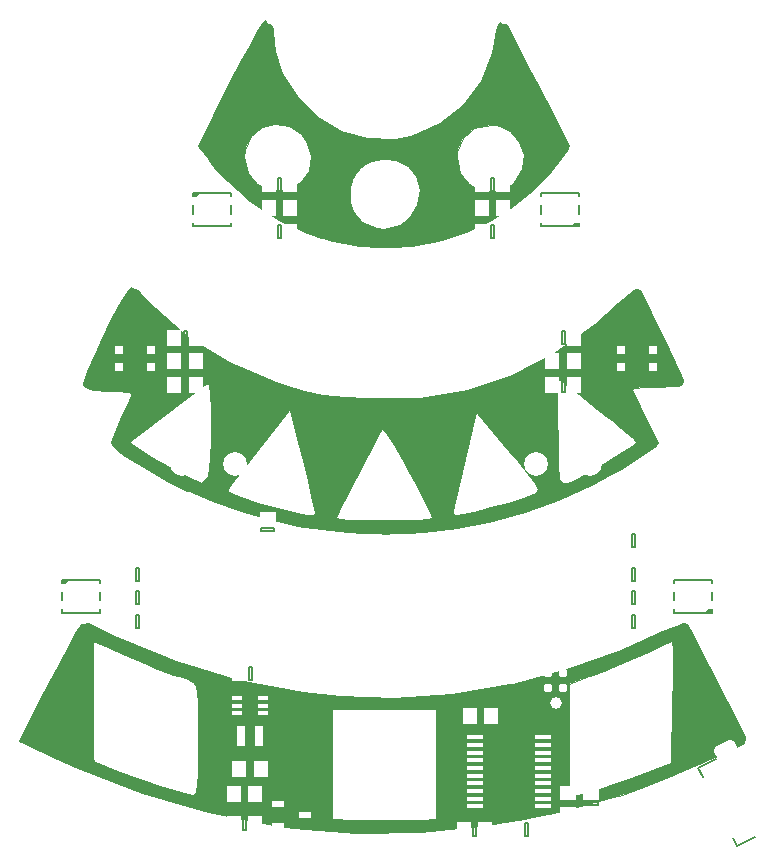
<source format=gto>
G04 #@! TF.FileFunction,Legend,Top*
%FSLAX46Y46*%
G04 Gerber Fmt 4.6, Leading zero omitted, Abs format (unit mm)*
G04 Created by KiCad (PCBNEW 4.0.0-rc1-stable) date 15/10/2016 23:52:11*
%MOMM*%
G01*
G04 APERTURE LIST*
%ADD10C,0.100000*%
%ADD11C,1.000000*%
%ADD12C,0.150000*%
%ADD13C,0.010000*%
%ADD14C,2.000000*%
%ADD15C,1.600000*%
%ADD16R,1.150000X1.450000*%
%ADD17R,1.450000X1.150000*%
%ADD18R,0.800000X1.700000*%
%ADD19R,0.950000X0.400000*%
%ADD20R,1.000000X0.600000*%
%ADD21C,0.787000*%
%ADD22C,1.000000*%
%ADD23R,1.350000X0.450000*%
%ADD24R,0.800000X0.800000*%
G04 APERTURE END LIST*
D10*
D11*
X97000000Y-82150000D02*
X96500000Y-82400000D01*
X97000000Y-82900000D02*
X97000000Y-82150000D01*
X95500000Y-82900000D02*
X97000000Y-82900000D01*
X96500000Y-81150000D02*
X95500000Y-82900000D01*
X96750000Y-81150000D02*
X96500000Y-81150000D01*
X98250000Y-82400000D02*
X96750000Y-81150000D01*
X97250000Y-83400000D02*
X98250000Y-82400000D01*
X94500000Y-83400000D02*
X97250000Y-83400000D01*
X96250000Y-79900000D02*
X94500000Y-83400000D01*
X99250000Y-82400000D02*
X96250000Y-79900000D01*
X99000000Y-82650000D02*
X99250000Y-82400000D01*
X97500000Y-84150000D02*
X99000000Y-82650000D01*
X93250000Y-84150000D02*
X97500000Y-84150000D01*
X96000000Y-78650000D02*
X93250000Y-84150000D01*
X100500000Y-82650000D02*
X96000000Y-78650000D01*
X100250000Y-82650000D02*
X100500000Y-82650000D01*
X97000000Y-85400000D02*
X100250000Y-82650000D01*
X101250000Y-82900000D02*
X97000000Y-85400000D01*
X97000000Y-86150000D02*
X101250000Y-82900000D01*
X97500000Y-86900000D02*
X97000000Y-86150000D01*
X101750000Y-83400000D02*
X97500000Y-86900000D01*
X98500000Y-84900000D02*
X101750000Y-83400000D01*
X94500000Y-89900000D02*
X98500000Y-84900000D01*
X96750000Y-84900000D02*
X94500000Y-89900000D01*
X92000000Y-84900000D02*
X96750000Y-84900000D01*
X95750000Y-77400000D02*
X92000000Y-84900000D01*
X104750000Y-86650000D02*
X105250000Y-86650000D01*
X104750000Y-88400000D02*
X104750000Y-86650000D01*
X106250000Y-86400000D02*
X104750000Y-88400000D01*
X104250000Y-85650000D02*
X106250000Y-86400000D01*
X104000000Y-90400000D02*
X104250000Y-85650000D01*
X107250000Y-86150000D02*
X104000000Y-90400000D01*
X103750000Y-84400000D02*
X107250000Y-86150000D01*
X103250000Y-92400000D02*
X103750000Y-84400000D01*
X103250000Y-92150000D02*
X103250000Y-92400000D01*
X108250000Y-86150000D02*
X103250000Y-92150000D01*
X113500000Y-88900000D02*
X113750000Y-88900000D01*
X137000000Y-82150000D02*
X137250000Y-82650000D01*
X138750000Y-82900000D02*
X137000000Y-82150000D01*
X138250000Y-82650000D02*
X138750000Y-82900000D01*
X137750000Y-81150000D02*
X138250000Y-82650000D01*
X135750000Y-82150000D02*
X137750000Y-81150000D01*
X137000000Y-83400000D02*
X135750000Y-82150000D01*
X139500000Y-83400000D02*
X137000000Y-83400000D01*
X138000000Y-79900000D02*
X139500000Y-83400000D01*
X135000000Y-82150000D02*
X138000000Y-79900000D01*
X136500000Y-83900000D02*
X135000000Y-82150000D01*
X140500000Y-83900000D02*
X136500000Y-83900000D01*
X138250000Y-78650000D02*
X140500000Y-83900000D01*
X133750000Y-82150000D02*
X138250000Y-78650000D01*
X134250000Y-82150000D02*
X133750000Y-82150000D01*
X136750000Y-85400000D02*
X134250000Y-82150000D01*
X133500000Y-82650000D02*
X136750000Y-85400000D01*
X137250000Y-86650000D02*
X133500000Y-82650000D01*
X133000000Y-82900000D02*
X137250000Y-86650000D01*
X138000000Y-87900000D02*
X133000000Y-82900000D01*
X132250000Y-83400000D02*
X138000000Y-87900000D01*
X137000000Y-84650000D02*
X139500000Y-89900000D01*
X141750000Y-84650000D02*
X137000000Y-84650000D01*
X138250000Y-77400000D02*
X141750000Y-84650000D01*
X129000000Y-86650000D02*
X128750000Y-86650000D01*
X129250000Y-88900000D02*
X129000000Y-86650000D01*
X127500000Y-86400000D02*
X129250000Y-88900000D01*
X129750000Y-85400000D02*
X127500000Y-86400000D01*
X129750000Y-90400000D02*
X129750000Y-85400000D01*
X126250000Y-86150000D02*
X129750000Y-90400000D01*
X130250000Y-84400000D02*
X126250000Y-86150000D01*
X130500000Y-92400000D02*
X130250000Y-84400000D01*
X125250000Y-86150000D02*
X130500000Y-92400000D01*
X103000000Y-83400000D02*
X94500000Y-89900000D01*
X102750000Y-94150000D02*
X103000000Y-83400000D01*
X109250000Y-85900000D02*
X102750000Y-94150000D01*
X131000000Y-83400000D02*
X139500000Y-89900000D01*
X131250000Y-94150000D02*
X131000000Y-83400000D01*
X113250000Y-89150000D02*
X113250000Y-90150000D01*
X113000000Y-89650000D02*
X113250000Y-89150000D01*
X112250000Y-88400000D02*
X113000000Y-89650000D01*
X114500000Y-88400000D02*
X112250000Y-88400000D01*
X113000000Y-91650000D02*
X114500000Y-88400000D01*
X111250000Y-87650000D02*
X113000000Y-91650000D01*
X115250000Y-87900000D02*
X111250000Y-87650000D01*
X112750000Y-93150000D02*
X115250000Y-87900000D01*
X110500000Y-86900000D02*
X112750000Y-93150000D01*
X116000000Y-88000000D02*
X110500000Y-86900000D01*
X112250000Y-94900000D02*
X115750000Y-87400000D01*
X110250000Y-86650000D02*
X112250000Y-94900000D01*
X120500000Y-88400000D02*
X121000000Y-89650000D01*
X121750000Y-88150000D02*
X120500000Y-88400000D01*
X121250000Y-91400000D02*
X121750000Y-88150000D01*
X119500000Y-88150000D02*
X121250000Y-91400000D01*
X122750000Y-87400000D02*
X119500000Y-88150000D01*
X121500000Y-93150000D02*
X122750000Y-87400000D01*
X118500000Y-87400000D02*
X121500000Y-93150000D01*
X123750000Y-86900000D02*
X118500000Y-87400000D01*
X121750000Y-95150000D02*
X123750000Y-86900000D01*
X122000000Y-94650000D02*
X121750000Y-95150000D01*
X117750000Y-87400000D02*
X122000000Y-94650000D01*
X112000000Y-96650000D02*
X109500000Y-86150000D01*
X117000000Y-87150000D02*
X112000000Y-96650000D01*
X124500000Y-86150000D02*
X131250000Y-94150000D01*
X122000000Y-96650000D02*
X124500000Y-86150000D01*
X117000000Y-87150000D02*
X122000000Y-96650000D01*
X126250000Y-114150000D02*
X126000000Y-118400000D01*
X108500000Y-114650000D02*
X108000000Y-114900000D01*
X110250000Y-113400000D02*
X111250000Y-112400000D01*
X89500000Y-114400000D02*
X89750000Y-113400000D01*
X89000000Y-114150000D02*
X89500000Y-114400000D01*
X90250000Y-110650000D02*
X89000000Y-114150000D01*
X90500000Y-115150000D02*
X90250000Y-110650000D01*
X88000000Y-114650000D02*
X90500000Y-115150000D01*
X91000000Y-107900000D02*
X88000000Y-114650000D01*
X91000000Y-116150000D02*
X91000000Y-107900000D01*
X87000000Y-114900000D02*
X91000000Y-116150000D01*
X91750000Y-105650000D02*
X87000000Y-114900000D01*
X106250000Y-116900000D02*
X106500000Y-116900000D01*
X107250000Y-116900000D02*
X106500000Y-116150000D01*
X107000000Y-115650000D02*
X107250000Y-116900000D01*
X105750000Y-115150000D02*
X107000000Y-115650000D01*
X106000000Y-117400000D02*
X105750000Y-115150000D01*
X106250000Y-117400000D02*
X106000000Y-117400000D01*
X108000000Y-117900000D02*
X106250000Y-117400000D01*
X107750000Y-114900000D02*
X108000000Y-117900000D01*
X105000000Y-114150000D02*
X107750000Y-114900000D01*
X105250000Y-118150000D02*
X105000000Y-114150000D01*
X108750000Y-118900000D02*
X105250000Y-118150000D01*
X108750000Y-114400000D02*
X108750000Y-118900000D01*
X104250000Y-113150000D02*
X108750000Y-114400000D01*
X104250000Y-118650000D02*
X104250000Y-113150000D01*
X110000000Y-119900000D02*
X104250000Y-118650000D01*
X109500000Y-119650000D02*
X110000000Y-119900000D01*
X109250000Y-113650000D02*
X109500000Y-119650000D01*
X103500000Y-112150000D02*
X109250000Y-113650000D01*
X103500000Y-119400000D02*
X103500000Y-112150000D01*
X110500000Y-120650000D02*
X103500000Y-119400000D01*
X110000000Y-112900000D02*
X110500000Y-120650000D01*
X102750000Y-111400000D02*
X110000000Y-112900000D01*
X102750000Y-120150000D02*
X102750000Y-111400000D01*
X111250000Y-121400000D02*
X102750000Y-120150000D01*
X111000000Y-112400000D02*
X111250000Y-121400000D01*
X102250000Y-110400000D02*
X111000000Y-112400000D01*
X127750000Y-117150000D02*
X127500000Y-115400000D01*
X126750000Y-117400000D02*
X127750000Y-117150000D01*
X126750000Y-114900000D02*
X126750000Y-117400000D01*
X128250000Y-114400000D02*
X126750000Y-114900000D01*
X128500000Y-117650000D02*
X128250000Y-114400000D01*
X125750000Y-118150000D02*
X128500000Y-117650000D01*
X125750000Y-114400000D02*
X125750000Y-118150000D01*
X129000000Y-113400000D02*
X125750000Y-114400000D01*
X129000000Y-118400000D02*
X129000000Y-113400000D01*
X125000000Y-118900000D02*
X129000000Y-118400000D01*
X125000000Y-113650000D02*
X125000000Y-118900000D01*
X129500000Y-112400000D02*
X125000000Y-113650000D01*
X129750000Y-118900000D02*
X129500000Y-112400000D01*
X124250000Y-119900000D02*
X129750000Y-118900000D01*
X124000000Y-113150000D02*
X124250000Y-119900000D01*
X130250000Y-111400000D02*
X124000000Y-113150000D01*
X130500000Y-119650000D02*
X130250000Y-111400000D01*
X123750000Y-120900000D02*
X130500000Y-119650000D01*
X123250000Y-112400000D02*
X123750000Y-120900000D01*
X131000000Y-110650000D02*
X123250000Y-112400000D01*
X131250000Y-120150000D02*
X131000000Y-110650000D01*
X123000000Y-121650000D02*
X131250000Y-120150000D01*
X122750000Y-112150000D02*
X123000000Y-121650000D01*
X145250000Y-114400000D02*
X144500000Y-112650000D01*
X144250000Y-114650000D02*
X145250000Y-114400000D01*
X143250000Y-108900000D02*
X144250000Y-114650000D01*
X146000000Y-114650000D02*
X143250000Y-108900000D01*
X143500000Y-115400000D02*
X146000000Y-114650000D01*
X142250000Y-105650000D02*
X143500000Y-115400000D01*
X147000000Y-114900000D02*
X142250000Y-105650000D01*
X142750000Y-116150000D02*
X147000000Y-114900000D01*
X142250000Y-105900000D02*
X142750000Y-116150000D01*
X142000000Y-117150000D02*
X142000000Y-106150000D01*
X91750000Y-116900000D02*
X91750000Y-106400000D01*
X122000000Y-111900000D02*
X122000000Y-121900000D01*
X112000000Y-111900000D02*
X112000000Y-122150000D01*
X132000000Y-110150000D02*
X132000000Y-120400000D01*
X102000000Y-109900000D02*
X102000000Y-120400000D01*
X107500000Y-61400000D02*
X108000000Y-61400000D01*
X108000000Y-60150000D02*
X107500000Y-61400000D01*
X109250000Y-62150000D02*
X108000000Y-60150000D01*
X106500000Y-62150000D02*
X109250000Y-62150000D01*
X107500000Y-59150000D02*
X106500000Y-62150000D01*
X105250000Y-63150000D02*
X107500000Y-59150000D01*
X107000000Y-58400000D02*
X105250000Y-63150000D01*
X103750000Y-64650000D02*
X107000000Y-58400000D01*
X104000000Y-66150000D02*
X103750000Y-64650000D01*
X102750000Y-64900000D02*
X104000000Y-66150000D01*
X107000000Y-56900000D02*
X102750000Y-64900000D01*
X102000000Y-64900000D02*
X107000000Y-56900000D01*
X107000000Y-54900000D02*
X102000000Y-64900000D01*
X111750000Y-70400000D02*
X113250000Y-70900000D01*
X114500000Y-72150000D02*
X111750000Y-70400000D01*
X108500000Y-69900000D02*
X114500000Y-72150000D01*
X109500000Y-69650000D02*
X108500000Y-69900000D01*
X113000000Y-70150000D02*
X109500000Y-69650000D01*
X110500000Y-69400000D02*
X113000000Y-70150000D01*
X112750000Y-69400000D02*
X110500000Y-69400000D01*
X111000000Y-68650000D02*
X112750000Y-69400000D01*
X112750000Y-68650000D02*
X111000000Y-68650000D01*
X111500000Y-68150000D02*
X112750000Y-68650000D01*
X112750000Y-67900000D02*
X111500000Y-68150000D01*
X112000000Y-67150000D02*
X112750000Y-67900000D01*
X112000000Y-67400000D02*
X112000000Y-67150000D01*
X113250000Y-67150000D02*
X112000000Y-67400000D01*
X112250000Y-66400000D02*
X113250000Y-67150000D01*
X113500000Y-66400000D02*
X112250000Y-66400000D01*
X112250000Y-65650000D02*
X113500000Y-66400000D01*
X114250000Y-65900000D02*
X112250000Y-65650000D01*
X111750000Y-64650000D02*
X114250000Y-65900000D01*
X115000000Y-65400000D02*
X111750000Y-64650000D01*
X111500000Y-63650000D02*
X115000000Y-65400000D01*
X126500000Y-60650000D02*
X126750000Y-60900000D01*
X126000000Y-61150000D02*
X126500000Y-60650000D01*
X127750000Y-61900000D02*
X126000000Y-61150000D01*
X125000000Y-61900000D02*
X127750000Y-61900000D01*
X126750000Y-59150000D02*
X125000000Y-61900000D01*
X130000000Y-65900000D02*
X126750000Y-59150000D01*
X130250000Y-66400000D02*
X130000000Y-65900000D01*
X130750000Y-65900000D02*
X130250000Y-66400000D01*
X127000000Y-58400000D02*
X130750000Y-65900000D01*
X131250000Y-65150000D02*
X127000000Y-58400000D01*
X127250000Y-57150000D02*
X131250000Y-65150000D01*
X132000000Y-64900000D02*
X127250000Y-57150000D01*
X127000000Y-54900000D02*
X132000000Y-64900000D01*
X120000000Y-65900000D02*
X119000000Y-65400000D01*
X120750000Y-70650000D02*
X121000000Y-71150000D01*
X119500000Y-72150000D02*
X120750000Y-70650000D01*
X121750000Y-71650000D02*
X119500000Y-72150000D01*
X121500000Y-71400000D02*
X121750000Y-71650000D01*
X120750000Y-67400000D02*
X121500000Y-71400000D01*
X125750000Y-69900000D02*
X124500000Y-69650000D01*
X124000000Y-70650000D02*
X125750000Y-69900000D01*
X123500000Y-68900000D02*
X124000000Y-70650000D01*
X123250000Y-71150000D02*
X122250000Y-63900000D01*
X121500000Y-64150000D02*
X123250000Y-71150000D01*
X120750000Y-64900000D02*
X122500000Y-71650000D01*
X87000000Y-114900000D02*
G75*
G03X147000000Y-114900000I30000000J56250000D01*
G01*
X91750001Y-105650000D02*
G75*
G03X142250000Y-105650000I25249999J47000000D01*
G01*
X120500000Y-67150000D02*
X120000000Y-65150000D01*
X111500000Y-65900000D02*
G75*
G03X111500000Y-65900000I-3500000J0D01*
G01*
X129500000Y-65900000D02*
G75*
G03X129500000Y-65900000I-3500000J0D01*
G01*
X120500000Y-68900000D02*
G75*
G03X120500000Y-68900000I-3500000J0D01*
G01*
X102000000Y-64899999D02*
G75*
G03X132000000Y-64900000I15000000J9999999D01*
G01*
X107000000Y-54900000D02*
G75*
G03X127000000Y-54900000I10000000J0D01*
G01*
X94500000Y-89900001D02*
G75*
G03X139500000Y-89900000I22500000J31250001D01*
G01*
X95750000Y-77400000D02*
G75*
G03X138250000Y-77400000I21250000J18750000D01*
G01*
D12*
X124625000Y-122100000D02*
X124625000Y-123200000D01*
X124375000Y-122100000D02*
X124625000Y-122100000D01*
X124375000Y-123200000D02*
X124375000Y-122100000D01*
X124625000Y-123200000D02*
X124375000Y-123200000D01*
X137875000Y-98750000D02*
X137875000Y-97650000D01*
X138125000Y-98750000D02*
X137875000Y-98750000D01*
X138125000Y-97650000D02*
X138125000Y-98750000D01*
X137875000Y-97650000D02*
X138125000Y-97650000D01*
X107875000Y-68550000D02*
X107875000Y-67450000D01*
X108125000Y-68550000D02*
X107875000Y-68550000D01*
X108125000Y-67450000D02*
X108125000Y-68550000D01*
X107875000Y-67450000D02*
X108125000Y-67450000D01*
X129025000Y-123200000D02*
X128775000Y-123200000D01*
X128775000Y-123200000D02*
X128775000Y-122100000D01*
X128775000Y-122100000D02*
X129025000Y-122100000D01*
X129025000Y-122100000D02*
X129025000Y-123200000D01*
X107550000Y-97325000D02*
X106450000Y-97325000D01*
X107550000Y-97075000D02*
X107550000Y-97325000D01*
X106450000Y-97075000D02*
X107550000Y-97075000D01*
X106450000Y-97325000D02*
X106450000Y-97075000D01*
X105375000Y-108850000D02*
X105625000Y-108850000D01*
X105625000Y-108850000D02*
X105625000Y-109950000D01*
X105625000Y-109950000D02*
X105375000Y-109950000D01*
X105375000Y-109950000D02*
X105375000Y-108850000D01*
X105125000Y-121600000D02*
X105125000Y-122700000D01*
X104875000Y-121600000D02*
X105125000Y-121600000D01*
X104875000Y-122700000D02*
X104875000Y-121600000D01*
X105125000Y-122700000D02*
X104875000Y-122700000D01*
X105125000Y-120150000D02*
X104875000Y-120150000D01*
X104875000Y-120150000D02*
X104875000Y-119050000D01*
X104875000Y-119050000D02*
X105125000Y-119050000D01*
X105125000Y-119050000D02*
X105125000Y-120150000D01*
X105625000Y-116950000D02*
X105625000Y-118050000D01*
X105375000Y-116950000D02*
X105625000Y-116950000D01*
X105375000Y-118050000D02*
X105375000Y-116950000D01*
X105625000Y-118050000D02*
X105375000Y-118050000D01*
X124875000Y-112450000D02*
X125125000Y-112450000D01*
X125125000Y-112450000D02*
X125125000Y-113550000D01*
X125125000Y-113550000D02*
X124875000Y-113550000D01*
X124875000Y-113550000D02*
X124875000Y-112450000D01*
X134950000Y-120525000D02*
X133850000Y-120525000D01*
X134950000Y-120275000D02*
X134950000Y-120525000D01*
X133850000Y-120275000D02*
X134950000Y-120275000D01*
X133850000Y-120525000D02*
X133850000Y-120275000D01*
X131850000Y-120525000D02*
X131850000Y-120275000D01*
X131850000Y-120275000D02*
X132950000Y-120275000D01*
X132950000Y-120275000D02*
X132950000Y-120525000D01*
X132950000Y-120525000D02*
X131850000Y-120525000D01*
X105650000Y-115425000D02*
X105350000Y-115425000D01*
X105350000Y-115425000D02*
X105350000Y-113975000D01*
X105350000Y-113975000D02*
X105650000Y-113975000D01*
X105650000Y-113975000D02*
X105650000Y-115425000D01*
X146753077Y-124062096D02*
X148273139Y-123300906D01*
X146394869Y-123346773D02*
X146753077Y-124062096D01*
X143439660Y-117445355D02*
X143820255Y-118205386D01*
X144959722Y-116684164D02*
X143439660Y-117445355D01*
X105375000Y-112800000D02*
X105375000Y-112800000D01*
X105375000Y-112800000D02*
X105375000Y-111500000D01*
X105375000Y-111500000D02*
X105625000Y-111500000D01*
X105625000Y-111500000D02*
X105625000Y-112550000D01*
X105625000Y-112550000D02*
X105375000Y-112800000D01*
X109150000Y-120450000D02*
X109150000Y-120450000D01*
X109150000Y-120450000D02*
X109150000Y-122350000D01*
X109150000Y-122350000D02*
X108850000Y-122350000D01*
X108850000Y-122350000D02*
X108850000Y-120750000D01*
X108850000Y-120750000D02*
X109150000Y-120450000D01*
X126300000Y-114825000D02*
X129100000Y-114825000D01*
X129100000Y-114825000D02*
X129100000Y-120675000D01*
X129100000Y-120675000D02*
X125700000Y-120675000D01*
X125700000Y-120675000D02*
X125700000Y-115425000D01*
X125700000Y-115425000D02*
X126300000Y-114825000D01*
X100650000Y-69225000D02*
X101150000Y-68750000D01*
X100650000Y-68750000D02*
X100650000Y-69050000D01*
X100650000Y-69050000D02*
X100950000Y-68750000D01*
X100650000Y-70150000D02*
X100650000Y-68750000D01*
X100650000Y-68750000D02*
X103850000Y-68750000D01*
X103850000Y-68750000D02*
X103850000Y-71550000D01*
X103850000Y-71550000D02*
X100650000Y-71550000D01*
X100650000Y-71550000D02*
X100650000Y-70150000D01*
X89600000Y-101975000D02*
X90100000Y-101500000D01*
X89600000Y-101500000D02*
X89600000Y-101800000D01*
X89600000Y-101800000D02*
X89900000Y-101500000D01*
X89600000Y-102900000D02*
X89600000Y-101500000D01*
X89600000Y-101500000D02*
X92800000Y-101500000D01*
X92800000Y-101500000D02*
X92800000Y-104300000D01*
X92800000Y-104300000D02*
X89600000Y-104300000D01*
X89600000Y-104300000D02*
X89600000Y-102900000D01*
X139850000Y-83675000D02*
X139350000Y-84150000D01*
X139850000Y-84150000D02*
X139850000Y-83850000D01*
X139850000Y-83850000D02*
X139550000Y-84150000D01*
X139850000Y-82750000D02*
X139850000Y-84150000D01*
X139850000Y-84150000D02*
X136650000Y-84150000D01*
X136650000Y-84150000D02*
X136650000Y-81350000D01*
X136650000Y-81350000D02*
X139850000Y-81350000D01*
X139850000Y-81350000D02*
X139850000Y-82750000D01*
X94150000Y-81825000D02*
X94650000Y-81350000D01*
X94150000Y-81350000D02*
X94150000Y-81650000D01*
X94150000Y-81650000D02*
X94450000Y-81350000D01*
X94150000Y-82750000D02*
X94150000Y-81350000D01*
X94150000Y-81350000D02*
X97350000Y-81350000D01*
X97350000Y-81350000D02*
X97350000Y-84150000D01*
X97350000Y-84150000D02*
X94150000Y-84150000D01*
X94150000Y-84150000D02*
X94150000Y-82750000D01*
X144600000Y-103825000D02*
X144100000Y-104300000D01*
X144600000Y-104300000D02*
X144600000Y-104000000D01*
X144600000Y-104000000D02*
X144300000Y-104300000D01*
X144600000Y-102900000D02*
X144600000Y-104300000D01*
X144600000Y-104300000D02*
X141400000Y-104300000D01*
X141400000Y-104300000D02*
X141400000Y-101500000D01*
X141400000Y-101500000D02*
X144600000Y-101500000D01*
X144600000Y-101500000D02*
X144600000Y-102900000D01*
X133350000Y-71075000D02*
X132850000Y-71550000D01*
X133350000Y-71550000D02*
X133350000Y-71250000D01*
X133350000Y-71250000D02*
X133050000Y-71550000D01*
X133350000Y-70150000D02*
X133350000Y-71550000D01*
X133350000Y-71550000D02*
X130150000Y-71550000D01*
X130150000Y-71550000D02*
X130150000Y-68750000D01*
X130150000Y-68750000D02*
X133350000Y-68750000D01*
X133350000Y-68750000D02*
X133350000Y-70150000D01*
X107875000Y-69450000D02*
X108125000Y-69450000D01*
X108125000Y-69450000D02*
X108125000Y-70550000D01*
X108125000Y-70550000D02*
X107875000Y-70550000D01*
X107875000Y-70550000D02*
X107875000Y-69450000D01*
X107875000Y-71450000D02*
X108125000Y-71450000D01*
X108125000Y-71450000D02*
X108125000Y-72550000D01*
X108125000Y-72550000D02*
X107875000Y-72550000D01*
X107875000Y-72550000D02*
X107875000Y-71450000D01*
X95875000Y-100450000D02*
X96125000Y-100450000D01*
X96125000Y-100450000D02*
X96125000Y-101550000D01*
X96125000Y-101550000D02*
X95875000Y-101550000D01*
X95875000Y-101550000D02*
X95875000Y-100450000D01*
X132125000Y-85550000D02*
X131875000Y-85550000D01*
X131875000Y-85550000D02*
X131875000Y-84450000D01*
X131875000Y-84450000D02*
X132125000Y-84450000D01*
X132125000Y-84450000D02*
X132125000Y-85550000D01*
X95875000Y-102450000D02*
X96125000Y-102450000D01*
X96125000Y-102450000D02*
X96125000Y-103550000D01*
X96125000Y-103550000D02*
X95875000Y-103550000D01*
X95875000Y-103550000D02*
X95875000Y-102450000D01*
X132125000Y-83550000D02*
X131875000Y-83550000D01*
X131875000Y-83550000D02*
X131875000Y-82450000D01*
X131875000Y-82450000D02*
X132125000Y-82450000D01*
X132125000Y-82450000D02*
X132125000Y-83550000D01*
X95875000Y-104450000D02*
X96125000Y-104450000D01*
X96125000Y-104450000D02*
X96125000Y-105550000D01*
X96125000Y-105550000D02*
X95875000Y-105550000D01*
X95875000Y-105550000D02*
X95875000Y-104450000D01*
X132125000Y-81550000D02*
X131875000Y-81550000D01*
X131875000Y-81550000D02*
X131875000Y-80450000D01*
X131875000Y-80450000D02*
X132125000Y-80450000D01*
X132125000Y-80450000D02*
X132125000Y-81550000D01*
X99875000Y-80450000D02*
X100125000Y-80450000D01*
X100125000Y-80450000D02*
X100125000Y-81550000D01*
X100125000Y-81550000D02*
X99875000Y-81550000D01*
X99875000Y-81550000D02*
X99875000Y-80450000D01*
X99875000Y-82450000D02*
X100125000Y-82450000D01*
X100125000Y-82450000D02*
X100125000Y-83550000D01*
X100125000Y-83550000D02*
X99875000Y-83550000D01*
X99875000Y-83550000D02*
X99875000Y-82450000D01*
X99875000Y-84450000D02*
X100125000Y-84450000D01*
X100125000Y-84450000D02*
X100125000Y-85550000D01*
X100125000Y-85550000D02*
X99875000Y-85550000D01*
X99875000Y-85550000D02*
X99875000Y-84450000D01*
X138125000Y-105550000D02*
X137875000Y-105550000D01*
X137875000Y-105550000D02*
X137875000Y-104450000D01*
X137875000Y-104450000D02*
X138125000Y-104450000D01*
X138125000Y-104450000D02*
X138125000Y-105550000D01*
X126125000Y-72550000D02*
X125875000Y-72550000D01*
X125875000Y-72550000D02*
X125875000Y-71450000D01*
X125875000Y-71450000D02*
X126125000Y-71450000D01*
X126125000Y-71450000D02*
X126125000Y-72550000D01*
X138125000Y-103550000D02*
X137875000Y-103550000D01*
X137875000Y-103550000D02*
X137875000Y-102450000D01*
X137875000Y-102450000D02*
X138125000Y-102450000D01*
X138125000Y-102450000D02*
X138125000Y-103550000D01*
X126125000Y-70550000D02*
X125875000Y-70550000D01*
X125875000Y-70550000D02*
X125875000Y-69450000D01*
X125875000Y-69450000D02*
X126125000Y-69450000D01*
X126125000Y-69450000D02*
X126125000Y-70550000D01*
X138125000Y-101550000D02*
X137875000Y-101550000D01*
X137875000Y-101550000D02*
X137875000Y-100450000D01*
X137875000Y-100450000D02*
X138125000Y-100450000D01*
X138125000Y-100450000D02*
X138125000Y-101550000D01*
X126125000Y-68550000D02*
X125875000Y-68550000D01*
X125875000Y-68550000D02*
X125875000Y-67450000D01*
X125875000Y-67450000D02*
X126125000Y-67450000D01*
X126125000Y-67450000D02*
X126125000Y-68550000D01*
D13*
G36*
X91589986Y-105263925D02*
X92466124Y-105562613D01*
X93658462Y-106062526D01*
X94245833Y-106333003D01*
X99259311Y-108402472D01*
X104461035Y-109938718D01*
X109996209Y-110980349D01*
X113086473Y-111342392D01*
X117704656Y-111498581D01*
X122585484Y-111149166D01*
X127539100Y-110329884D01*
X127772235Y-110269466D01*
X132522222Y-110269466D01*
X132522222Y-119814633D01*
X133668750Y-119596659D01*
X134506597Y-119375622D01*
X135782937Y-118967694D01*
X137279694Y-118444296D01*
X137990278Y-118181366D01*
X141165278Y-116984046D01*
X141262903Y-111833689D01*
X141287685Y-110018764D01*
X141290300Y-108484127D01*
X141271986Y-107353330D01*
X141233979Y-106749921D01*
X141211324Y-106683333D01*
X140843593Y-106820380D01*
X139998243Y-107184593D01*
X138837394Y-107705578D01*
X138467865Y-107874567D01*
X136967073Y-108541703D01*
X135461427Y-109175189D01*
X134261243Y-109644715D01*
X134197916Y-109667633D01*
X132522222Y-110269466D01*
X127772235Y-110269466D01*
X132375645Y-109076474D01*
X136905264Y-107424672D01*
X138979821Y-106468432D01*
X140220845Y-105888312D01*
X141276576Y-105463232D01*
X141941194Y-105275023D01*
X141988497Y-105272222D01*
X142365360Y-105510771D01*
X142918219Y-106255803D01*
X143674372Y-107551389D01*
X144661117Y-109441604D01*
X145039424Y-110198187D01*
X145865505Y-111894504D01*
X146550481Y-113360111D01*
X147044612Y-114483697D01*
X147298152Y-115153948D01*
X147315355Y-115291125D01*
X146845375Y-115573088D01*
X145855980Y-116051661D01*
X144485561Y-116668299D01*
X142872505Y-117364458D01*
X141155203Y-118081595D01*
X139472043Y-118761165D01*
X137961415Y-119344624D01*
X136761708Y-119773428D01*
X136579166Y-119832958D01*
X131255935Y-121260420D01*
X125673751Y-122257539D01*
X120010938Y-122808839D01*
X114445817Y-122898843D01*
X109156711Y-122512073D01*
X107827778Y-122328298D01*
X101969034Y-121180503D01*
X96330994Y-119544149D01*
X90691355Y-117351518D01*
X89013242Y-116597043D01*
X85897318Y-115155523D01*
X87664805Y-111760867D01*
X91952778Y-111760867D01*
X91961204Y-113771950D01*
X91995024Y-115188158D01*
X92067047Y-116120061D01*
X92190082Y-116678228D01*
X92376939Y-116973228D01*
X92570139Y-117089707D01*
X93766682Y-117551440D01*
X95221410Y-118075876D01*
X96767886Y-118607685D01*
X98239675Y-119091538D01*
X99470340Y-119472103D01*
X100293445Y-119694051D01*
X100507639Y-119728454D01*
X100758190Y-119670927D01*
X100930538Y-119418342D01*
X101039015Y-118861645D01*
X101097949Y-117891787D01*
X101121671Y-116399713D01*
X101125000Y-115030237D01*
X101121372Y-113131015D01*
X101107973Y-112428571D01*
X112413889Y-112428571D01*
X112413889Y-121852777D01*
X121233333Y-121852777D01*
X121233333Y-112428571D01*
X112413889Y-112428571D01*
X101107973Y-112428571D01*
X101096289Y-111816094D01*
X101028451Y-110964222D01*
X100896560Y-110454145D01*
X100679315Y-110164608D01*
X100355418Y-109974360D01*
X100226456Y-109914959D01*
X99449556Y-109611524D01*
X98992217Y-109505555D01*
X98543844Y-109368464D01*
X97612181Y-108999868D01*
X96354620Y-108463779D01*
X95522639Y-108094444D01*
X94162400Y-107491433D01*
X93052112Y-107016975D01*
X92342235Y-106734412D01*
X92170767Y-106683333D01*
X92093428Y-107015347D01*
X92028164Y-107928401D01*
X91980320Y-109298009D01*
X91955240Y-110999688D01*
X91952778Y-111760867D01*
X87664805Y-111760867D01*
X88424355Y-110302067D01*
X89309772Y-108615589D01*
X90090980Y-107153983D01*
X90706265Y-106030675D01*
X91093916Y-105359088D01*
X91187501Y-105223579D01*
X91589986Y-105263925D01*
X91589986Y-105263925D01*
G37*
X91589986Y-105263925D02*
X92466124Y-105562613D01*
X93658462Y-106062526D01*
X94245833Y-106333003D01*
X99259311Y-108402472D01*
X104461035Y-109938718D01*
X109996209Y-110980349D01*
X113086473Y-111342392D01*
X117704656Y-111498581D01*
X122585484Y-111149166D01*
X127539100Y-110329884D01*
X127772235Y-110269466D01*
X132522222Y-110269466D01*
X132522222Y-119814633D01*
X133668750Y-119596659D01*
X134506597Y-119375622D01*
X135782937Y-118967694D01*
X137279694Y-118444296D01*
X137990278Y-118181366D01*
X141165278Y-116984046D01*
X141262903Y-111833689D01*
X141287685Y-110018764D01*
X141290300Y-108484127D01*
X141271986Y-107353330D01*
X141233979Y-106749921D01*
X141211324Y-106683333D01*
X140843593Y-106820380D01*
X139998243Y-107184593D01*
X138837394Y-107705578D01*
X138467865Y-107874567D01*
X136967073Y-108541703D01*
X135461427Y-109175189D01*
X134261243Y-109644715D01*
X134197916Y-109667633D01*
X132522222Y-110269466D01*
X127772235Y-110269466D01*
X132375645Y-109076474D01*
X136905264Y-107424672D01*
X138979821Y-106468432D01*
X140220845Y-105888312D01*
X141276576Y-105463232D01*
X141941194Y-105275023D01*
X141988497Y-105272222D01*
X142365360Y-105510771D01*
X142918219Y-106255803D01*
X143674372Y-107551389D01*
X144661117Y-109441604D01*
X145039424Y-110198187D01*
X145865505Y-111894504D01*
X146550481Y-113360111D01*
X147044612Y-114483697D01*
X147298152Y-115153948D01*
X147315355Y-115291125D01*
X146845375Y-115573088D01*
X145855980Y-116051661D01*
X144485561Y-116668299D01*
X142872505Y-117364458D01*
X141155203Y-118081595D01*
X139472043Y-118761165D01*
X137961415Y-119344624D01*
X136761708Y-119773428D01*
X136579166Y-119832958D01*
X131255935Y-121260420D01*
X125673751Y-122257539D01*
X120010938Y-122808839D01*
X114445817Y-122898843D01*
X109156711Y-122512073D01*
X107827778Y-122328298D01*
X101969034Y-121180503D01*
X96330994Y-119544149D01*
X90691355Y-117351518D01*
X89013242Y-116597043D01*
X85897318Y-115155523D01*
X87664805Y-111760867D01*
X91952778Y-111760867D01*
X91961204Y-113771950D01*
X91995024Y-115188158D01*
X92067047Y-116120061D01*
X92190082Y-116678228D01*
X92376939Y-116973228D01*
X92570139Y-117089707D01*
X93766682Y-117551440D01*
X95221410Y-118075876D01*
X96767886Y-118607685D01*
X98239675Y-119091538D01*
X99470340Y-119472103D01*
X100293445Y-119694051D01*
X100507639Y-119728454D01*
X100758190Y-119670927D01*
X100930538Y-119418342D01*
X101039015Y-118861645D01*
X101097949Y-117891787D01*
X101121671Y-116399713D01*
X101125000Y-115030237D01*
X101121372Y-113131015D01*
X101107973Y-112428571D01*
X112413889Y-112428571D01*
X112413889Y-121852777D01*
X121233333Y-121852777D01*
X121233333Y-112428571D01*
X112413889Y-112428571D01*
X101107973Y-112428571D01*
X101096289Y-111816094D01*
X101028451Y-110964222D01*
X100896560Y-110454145D01*
X100679315Y-110164608D01*
X100355418Y-109974360D01*
X100226456Y-109914959D01*
X99449556Y-109611524D01*
X98992217Y-109505555D01*
X98543844Y-109368464D01*
X97612181Y-108999868D01*
X96354620Y-108463779D01*
X95522639Y-108094444D01*
X94162400Y-107491433D01*
X93052112Y-107016975D01*
X92342235Y-106734412D01*
X92170767Y-106683333D01*
X92093428Y-107015347D01*
X92028164Y-107928401D01*
X91980320Y-109298009D01*
X91955240Y-110999688D01*
X91952778Y-111760867D01*
X87664805Y-111760867D01*
X88424355Y-110302067D01*
X89309772Y-108615589D01*
X90090980Y-107153983D01*
X90706265Y-106030675D01*
X91093916Y-105359088D01*
X91187501Y-105223579D01*
X91589986Y-105263925D01*
G36*
X95781009Y-76932278D02*
X96475888Y-77545563D01*
X97259188Y-78318222D01*
X100215721Y-80892753D01*
X103681017Y-83035035D01*
X107694232Y-84768574D01*
X108425480Y-85021538D01*
X110037949Y-85495549D01*
X111669537Y-85815656D01*
X113565742Y-86020697D01*
X115412500Y-86126870D01*
X119850152Y-86053940D01*
X123914380Y-85412563D01*
X127686032Y-84174150D01*
X131245957Y-82310110D01*
X134675003Y-79791852D01*
X135596428Y-78989271D01*
X136668588Y-78049863D01*
X137550256Y-77324623D01*
X138107867Y-76921338D01*
X138218049Y-76873611D01*
X138474140Y-77170850D01*
X138942323Y-77961887D01*
X139548304Y-79095705D01*
X140217785Y-80421283D01*
X140876471Y-81787604D01*
X141450064Y-83043648D01*
X141864269Y-84038397D01*
X142044788Y-84620832D01*
X142047222Y-84656990D01*
X141862810Y-84954888D01*
X141228276Y-85114074D01*
X140021674Y-85163752D01*
X139930555Y-85163888D01*
X138814040Y-85192127D01*
X138047047Y-85265524D01*
X137813889Y-85350337D01*
X137961502Y-85735815D01*
X138349118Y-86570505D01*
X138893903Y-87676256D01*
X138912586Y-87713293D01*
X140011283Y-89889799D01*
X139194099Y-90551515D01*
X137116431Y-91979699D01*
X134480790Y-93386354D01*
X131433370Y-94705706D01*
X128120364Y-95871977D01*
X125995833Y-96489664D01*
X123859046Y-96915176D01*
X121237078Y-97213642D01*
X118339795Y-97379329D01*
X115377063Y-97406506D01*
X112558749Y-97289443D01*
X110094720Y-97022409D01*
X109591666Y-96937621D01*
X107443180Y-96446906D01*
X106740132Y-96240850D01*
X112766666Y-96240850D01*
X113096210Y-96324287D01*
X113992002Y-96392259D01*
X115314782Y-96437492D01*
X116823611Y-96452777D01*
X118420848Y-96434977D01*
X119722047Y-96386592D01*
X120587949Y-96315143D01*
X120880555Y-96233644D01*
X120723957Y-95755854D01*
X120681835Y-95665748D01*
X122658463Y-95665748D01*
X122714237Y-95876048D01*
X122966337Y-95964463D01*
X123516929Y-95915779D01*
X124468179Y-95714780D01*
X125922251Y-95346253D01*
X127335818Y-94969196D01*
X128831241Y-94518408D01*
X129676641Y-94140018D01*
X129921083Y-93811104D01*
X129909749Y-93766670D01*
X129619907Y-93322573D01*
X128970538Y-92473750D01*
X128063215Y-91349511D01*
X127181339Y-90293182D01*
X125974140Y-88868055D01*
X131463889Y-88868055D01*
X131478352Y-90815780D01*
X131545463Y-92144583D01*
X131700801Y-92940890D01*
X131979946Y-93291127D01*
X132418477Y-93281722D01*
X133051976Y-92999100D01*
X133144370Y-92950082D01*
X134518579Y-92188181D01*
X135845846Y-91406482D01*
X136987730Y-90691993D01*
X137805790Y-90131725D01*
X138161586Y-89812684D01*
X138166666Y-89793617D01*
X137904248Y-89478173D01*
X137203369Y-88856381D01*
X136193593Y-88040410D01*
X135720521Y-87675885D01*
X134498669Y-86737402D01*
X133406401Y-85881541D01*
X132632677Y-85256859D01*
X132491543Y-85137281D01*
X131895661Y-84652495D01*
X131586299Y-84458333D01*
X131539926Y-84788840D01*
X131501613Y-85691306D01*
X131475069Y-87032147D01*
X131464002Y-88677780D01*
X131463889Y-88868055D01*
X125974140Y-88868055D01*
X124630094Y-87281377D01*
X123651288Y-91249716D01*
X123261792Y-92861103D01*
X122943225Y-94240282D01*
X122730532Y-95231821D01*
X122658463Y-95665748D01*
X120681835Y-95665748D01*
X120306224Y-94862270D01*
X119705447Y-93693029D01*
X118999719Y-92388268D01*
X118267132Y-91088123D01*
X117585777Y-89932731D01*
X117033748Y-89062228D01*
X116689135Y-88616750D01*
X116622422Y-88592407D01*
X116366806Y-89003675D01*
X115890408Y-89880118D01*
X115271287Y-91066897D01*
X114587502Y-92409170D01*
X113917110Y-93752097D01*
X113338172Y-94940838D01*
X112928745Y-95820551D01*
X112766889Y-96236396D01*
X112766666Y-96240850D01*
X106740132Y-96240850D01*
X105020610Y-95736877D01*
X102559902Y-94889446D01*
X100296999Y-93986526D01*
X100193260Y-93936816D01*
X103594444Y-93936816D01*
X103907885Y-94168824D01*
X104736949Y-94512308D01*
X105914754Y-94899890D01*
X106152083Y-94969474D01*
X108102995Y-95518535D01*
X109472215Y-95868702D01*
X110350042Y-96036115D01*
X110826773Y-96036914D01*
X110992706Y-95887241D01*
X110996462Y-95835416D01*
X110913214Y-95378871D01*
X110697405Y-94422734D01*
X110388958Y-93127415D01*
X110027800Y-91653327D01*
X109653856Y-90160880D01*
X109307049Y-88810487D01*
X109027306Y-87762559D01*
X108854551Y-87177508D01*
X108824599Y-87109250D01*
X108576645Y-87319515D01*
X108014383Y-87970610D01*
X107237680Y-88932168D01*
X106346402Y-90073820D01*
X105440416Y-91265197D01*
X104619588Y-92375932D01*
X103983786Y-93275656D01*
X103632876Y-93834001D01*
X103594444Y-93936816D01*
X100193260Y-93936816D01*
X98467846Y-93110030D01*
X98302778Y-93018478D01*
X96222883Y-91809614D01*
X94775249Y-90888486D01*
X93950722Y-90248899D01*
X93736296Y-89931279D01*
X95191464Y-89931279D01*
X95631491Y-90235568D01*
X96503728Y-90752921D01*
X97636499Y-91390150D01*
X98858125Y-92054068D01*
X99996929Y-92651487D01*
X100881233Y-93089220D01*
X101339359Y-93274081D01*
X101351840Y-93275154D01*
X101811507Y-92993728D01*
X101969201Y-92719758D01*
X102065960Y-92141544D01*
X102132717Y-91104238D01*
X102169893Y-89779016D01*
X102177908Y-88337053D01*
X102157183Y-86949527D01*
X102108140Y-85787614D01*
X102031198Y-85022491D01*
X101949758Y-84811111D01*
X101584600Y-85006724D01*
X100819800Y-85527057D01*
X99787036Y-86272350D01*
X98617986Y-87142841D01*
X97444328Y-88038770D01*
X96397738Y-88860376D01*
X95609896Y-89507899D01*
X95212478Y-89881578D01*
X95191464Y-89931279D01*
X93736296Y-89931279D01*
X93732994Y-89926388D01*
X93867567Y-89436117D01*
X94225545Y-88531697D01*
X94602057Y-87686498D01*
X95071682Y-86655650D01*
X95390449Y-85913760D01*
X95480555Y-85658025D01*
X95161286Y-85580779D01*
X94337333Y-85529435D01*
X93529206Y-85516666D01*
X92200416Y-85435633D01*
X91505220Y-85184281D01*
X91389879Y-85026806D01*
X91471529Y-84561924D01*
X91812211Y-83639316D01*
X92340560Y-82406848D01*
X92985210Y-81012384D01*
X93674796Y-79603791D01*
X94337951Y-78328936D01*
X94903311Y-77335682D01*
X95299509Y-76771897D01*
X95410051Y-76697222D01*
X95781009Y-76932278D01*
X95781009Y-76932278D01*
G37*
X95781009Y-76932278D02*
X96475888Y-77545563D01*
X97259188Y-78318222D01*
X100215721Y-80892753D01*
X103681017Y-83035035D01*
X107694232Y-84768574D01*
X108425480Y-85021538D01*
X110037949Y-85495549D01*
X111669537Y-85815656D01*
X113565742Y-86020697D01*
X115412500Y-86126870D01*
X119850152Y-86053940D01*
X123914380Y-85412563D01*
X127686032Y-84174150D01*
X131245957Y-82310110D01*
X134675003Y-79791852D01*
X135596428Y-78989271D01*
X136668588Y-78049863D01*
X137550256Y-77324623D01*
X138107867Y-76921338D01*
X138218049Y-76873611D01*
X138474140Y-77170850D01*
X138942323Y-77961887D01*
X139548304Y-79095705D01*
X140217785Y-80421283D01*
X140876471Y-81787604D01*
X141450064Y-83043648D01*
X141864269Y-84038397D01*
X142044788Y-84620832D01*
X142047222Y-84656990D01*
X141862810Y-84954888D01*
X141228276Y-85114074D01*
X140021674Y-85163752D01*
X139930555Y-85163888D01*
X138814040Y-85192127D01*
X138047047Y-85265524D01*
X137813889Y-85350337D01*
X137961502Y-85735815D01*
X138349118Y-86570505D01*
X138893903Y-87676256D01*
X138912586Y-87713293D01*
X140011283Y-89889799D01*
X139194099Y-90551515D01*
X137116431Y-91979699D01*
X134480790Y-93386354D01*
X131433370Y-94705706D01*
X128120364Y-95871977D01*
X125995833Y-96489664D01*
X123859046Y-96915176D01*
X121237078Y-97213642D01*
X118339795Y-97379329D01*
X115377063Y-97406506D01*
X112558749Y-97289443D01*
X110094720Y-97022409D01*
X109591666Y-96937621D01*
X107443180Y-96446906D01*
X106740132Y-96240850D01*
X112766666Y-96240850D01*
X113096210Y-96324287D01*
X113992002Y-96392259D01*
X115314782Y-96437492D01*
X116823611Y-96452777D01*
X118420848Y-96434977D01*
X119722047Y-96386592D01*
X120587949Y-96315143D01*
X120880555Y-96233644D01*
X120723957Y-95755854D01*
X120681835Y-95665748D01*
X122658463Y-95665748D01*
X122714237Y-95876048D01*
X122966337Y-95964463D01*
X123516929Y-95915779D01*
X124468179Y-95714780D01*
X125922251Y-95346253D01*
X127335818Y-94969196D01*
X128831241Y-94518408D01*
X129676641Y-94140018D01*
X129921083Y-93811104D01*
X129909749Y-93766670D01*
X129619907Y-93322573D01*
X128970538Y-92473750D01*
X128063215Y-91349511D01*
X127181339Y-90293182D01*
X125974140Y-88868055D01*
X131463889Y-88868055D01*
X131478352Y-90815780D01*
X131545463Y-92144583D01*
X131700801Y-92940890D01*
X131979946Y-93291127D01*
X132418477Y-93281722D01*
X133051976Y-92999100D01*
X133144370Y-92950082D01*
X134518579Y-92188181D01*
X135845846Y-91406482D01*
X136987730Y-90691993D01*
X137805790Y-90131725D01*
X138161586Y-89812684D01*
X138166666Y-89793617D01*
X137904248Y-89478173D01*
X137203369Y-88856381D01*
X136193593Y-88040410D01*
X135720521Y-87675885D01*
X134498669Y-86737402D01*
X133406401Y-85881541D01*
X132632677Y-85256859D01*
X132491543Y-85137281D01*
X131895661Y-84652495D01*
X131586299Y-84458333D01*
X131539926Y-84788840D01*
X131501613Y-85691306D01*
X131475069Y-87032147D01*
X131464002Y-88677780D01*
X131463889Y-88868055D01*
X125974140Y-88868055D01*
X124630094Y-87281377D01*
X123651288Y-91249716D01*
X123261792Y-92861103D01*
X122943225Y-94240282D01*
X122730532Y-95231821D01*
X122658463Y-95665748D01*
X120681835Y-95665748D01*
X120306224Y-94862270D01*
X119705447Y-93693029D01*
X118999719Y-92388268D01*
X118267132Y-91088123D01*
X117585777Y-89932731D01*
X117033748Y-89062228D01*
X116689135Y-88616750D01*
X116622422Y-88592407D01*
X116366806Y-89003675D01*
X115890408Y-89880118D01*
X115271287Y-91066897D01*
X114587502Y-92409170D01*
X113917110Y-93752097D01*
X113338172Y-94940838D01*
X112928745Y-95820551D01*
X112766889Y-96236396D01*
X112766666Y-96240850D01*
X106740132Y-96240850D01*
X105020610Y-95736877D01*
X102559902Y-94889446D01*
X100296999Y-93986526D01*
X100193260Y-93936816D01*
X103594444Y-93936816D01*
X103907885Y-94168824D01*
X104736949Y-94512308D01*
X105914754Y-94899890D01*
X106152083Y-94969474D01*
X108102995Y-95518535D01*
X109472215Y-95868702D01*
X110350042Y-96036115D01*
X110826773Y-96036914D01*
X110992706Y-95887241D01*
X110996462Y-95835416D01*
X110913214Y-95378871D01*
X110697405Y-94422734D01*
X110388958Y-93127415D01*
X110027800Y-91653327D01*
X109653856Y-90160880D01*
X109307049Y-88810487D01*
X109027306Y-87762559D01*
X108854551Y-87177508D01*
X108824599Y-87109250D01*
X108576645Y-87319515D01*
X108014383Y-87970610D01*
X107237680Y-88932168D01*
X106346402Y-90073820D01*
X105440416Y-91265197D01*
X104619588Y-92375932D01*
X103983786Y-93275656D01*
X103632876Y-93834001D01*
X103594444Y-93936816D01*
X100193260Y-93936816D01*
X98467846Y-93110030D01*
X98302778Y-93018478D01*
X96222883Y-91809614D01*
X94775249Y-90888486D01*
X93950722Y-90248899D01*
X93736296Y-89931279D01*
X95191464Y-89931279D01*
X95631491Y-90235568D01*
X96503728Y-90752921D01*
X97636499Y-91390150D01*
X98858125Y-92054068D01*
X99996929Y-92651487D01*
X100881233Y-93089220D01*
X101339359Y-93274081D01*
X101351840Y-93275154D01*
X101811507Y-92993728D01*
X101969201Y-92719758D01*
X102065960Y-92141544D01*
X102132717Y-91104238D01*
X102169893Y-89779016D01*
X102177908Y-88337053D01*
X102157183Y-86949527D01*
X102108140Y-85787614D01*
X102031198Y-85022491D01*
X101949758Y-84811111D01*
X101584600Y-85006724D01*
X100819800Y-85527057D01*
X99787036Y-86272350D01*
X98617986Y-87142841D01*
X97444328Y-88038770D01*
X96397738Y-88860376D01*
X95609896Y-89507899D01*
X95212478Y-89881578D01*
X95191464Y-89931279D01*
X93736296Y-89931279D01*
X93732994Y-89926388D01*
X93867567Y-89436117D01*
X94225545Y-88531697D01*
X94602057Y-87686498D01*
X95071682Y-86655650D01*
X95390449Y-85913760D01*
X95480555Y-85658025D01*
X95161286Y-85580779D01*
X94337333Y-85529435D01*
X93529206Y-85516666D01*
X92200416Y-85435633D01*
X91505220Y-85184281D01*
X91389879Y-85026806D01*
X91471529Y-84561924D01*
X91812211Y-83639316D01*
X92340560Y-82406848D01*
X92985210Y-81012384D01*
X93674796Y-79603791D01*
X94337951Y-78328936D01*
X94903311Y-77335682D01*
X95299509Y-76771897D01*
X95410051Y-76697222D01*
X95781009Y-76932278D01*
G36*
X106948398Y-54435912D02*
X107220660Y-55258784D01*
X107443341Y-56218253D01*
X108227239Y-58594398D01*
X109519835Y-60638076D01*
X111219995Y-62283012D01*
X113226581Y-63462931D01*
X115438456Y-64111557D01*
X117754485Y-64162616D01*
X119139174Y-63882608D01*
X121581994Y-62834640D01*
X123565008Y-61279054D01*
X125036307Y-59274914D01*
X125943980Y-56881283D01*
X126122598Y-55936802D01*
X126329640Y-54963256D01*
X126590034Y-54339725D01*
X126701550Y-54238555D01*
X126938671Y-54503977D01*
X127430477Y-55278058D01*
X128111385Y-56440777D01*
X128915814Y-57872113D01*
X129778180Y-59452046D01*
X130632900Y-61060557D01*
X131414391Y-62577623D01*
X132057072Y-63883226D01*
X132468592Y-64792596D01*
X132283015Y-65145457D01*
X131684917Y-65866025D01*
X130775637Y-66838519D01*
X129986207Y-67628693D01*
X127360277Y-69886403D01*
X124708691Y-71506069D01*
X121889652Y-72545581D01*
X118761363Y-73062825D01*
X116470833Y-73146285D01*
X113769088Y-72991941D01*
X111550952Y-72568996D01*
X111284187Y-72488299D01*
X108186821Y-71174316D01*
X105346811Y-69337905D01*
X104725033Y-68759722D01*
X113825000Y-68759722D01*
X114136966Y-70144756D01*
X114987120Y-71170562D01*
X116246850Y-71708528D01*
X116823611Y-71758333D01*
X118169528Y-71470448D01*
X118956313Y-70892424D01*
X119672739Y-69759320D01*
X119863158Y-68472186D01*
X119530846Y-67257717D01*
X118892702Y-66492271D01*
X117618612Y-65857100D01*
X116317118Y-65803253D01*
X115147666Y-66259390D01*
X114269703Y-67154168D01*
X113842677Y-68416245D01*
X113825000Y-68759722D01*
X104725033Y-68759722D01*
X102938816Y-67098744D01*
X102300340Y-66332526D01*
X101816638Y-65711673D01*
X105005555Y-65711673D01*
X105296001Y-67053076D01*
X106063785Y-68011646D01*
X107153580Y-68516865D01*
X108410060Y-68498219D01*
X109677897Y-67885192D01*
X109720480Y-67852173D01*
X110476360Y-66856890D01*
X110638859Y-65711673D01*
X122997222Y-65711673D01*
X123292141Y-67027474D01*
X124064348Y-67992054D01*
X125145017Y-68531817D01*
X126365325Y-68573170D01*
X127556447Y-68042519D01*
X127825180Y-67816283D01*
X128530484Y-66744035D01*
X128668870Y-65547757D01*
X128311425Y-64404681D01*
X127529237Y-63492038D01*
X126393390Y-62987061D01*
X125868882Y-62938888D01*
X124492736Y-63235867D01*
X123507020Y-64053238D01*
X123026018Y-65280651D01*
X122997222Y-65711673D01*
X110638859Y-65711673D01*
X110649830Y-65634357D01*
X110236242Y-64362294D01*
X109826846Y-63785148D01*
X108796963Y-63037552D01*
X107636354Y-62859886D01*
X106515475Y-63184039D01*
X105604781Y-63941899D01*
X105074727Y-65065354D01*
X105005555Y-65711673D01*
X101816638Y-65711673D01*
X101085379Y-64773070D01*
X103753231Y-59446257D01*
X104650705Y-57688533D01*
X105456096Y-56175253D01*
X106111622Y-55009963D01*
X106559503Y-54296206D01*
X106725754Y-54119444D01*
X106948398Y-54435912D01*
X106948398Y-54435912D01*
G37*
X106948398Y-54435912D02*
X107220660Y-55258784D01*
X107443341Y-56218253D01*
X108227239Y-58594398D01*
X109519835Y-60638076D01*
X111219995Y-62283012D01*
X113226581Y-63462931D01*
X115438456Y-64111557D01*
X117754485Y-64162616D01*
X119139174Y-63882608D01*
X121581994Y-62834640D01*
X123565008Y-61279054D01*
X125036307Y-59274914D01*
X125943980Y-56881283D01*
X126122598Y-55936802D01*
X126329640Y-54963256D01*
X126590034Y-54339725D01*
X126701550Y-54238555D01*
X126938671Y-54503977D01*
X127430477Y-55278058D01*
X128111385Y-56440777D01*
X128915814Y-57872113D01*
X129778180Y-59452046D01*
X130632900Y-61060557D01*
X131414391Y-62577623D01*
X132057072Y-63883226D01*
X132468592Y-64792596D01*
X132283015Y-65145457D01*
X131684917Y-65866025D01*
X130775637Y-66838519D01*
X129986207Y-67628693D01*
X127360277Y-69886403D01*
X124708691Y-71506069D01*
X121889652Y-72545581D01*
X118761363Y-73062825D01*
X116470833Y-73146285D01*
X113769088Y-72991941D01*
X111550952Y-72568996D01*
X111284187Y-72488299D01*
X108186821Y-71174316D01*
X105346811Y-69337905D01*
X104725033Y-68759722D01*
X113825000Y-68759722D01*
X114136966Y-70144756D01*
X114987120Y-71170562D01*
X116246850Y-71708528D01*
X116823611Y-71758333D01*
X118169528Y-71470448D01*
X118956313Y-70892424D01*
X119672739Y-69759320D01*
X119863158Y-68472186D01*
X119530846Y-67257717D01*
X118892702Y-66492271D01*
X117618612Y-65857100D01*
X116317118Y-65803253D01*
X115147666Y-66259390D01*
X114269703Y-67154168D01*
X113842677Y-68416245D01*
X113825000Y-68759722D01*
X104725033Y-68759722D01*
X102938816Y-67098744D01*
X102300340Y-66332526D01*
X101816638Y-65711673D01*
X105005555Y-65711673D01*
X105296001Y-67053076D01*
X106063785Y-68011646D01*
X107153580Y-68516865D01*
X108410060Y-68498219D01*
X109677897Y-67885192D01*
X109720480Y-67852173D01*
X110476360Y-66856890D01*
X110638859Y-65711673D01*
X122997222Y-65711673D01*
X123292141Y-67027474D01*
X124064348Y-67992054D01*
X125145017Y-68531817D01*
X126365325Y-68573170D01*
X127556447Y-68042519D01*
X127825180Y-67816283D01*
X128530484Y-66744035D01*
X128668870Y-65547757D01*
X128311425Y-64404681D01*
X127529237Y-63492038D01*
X126393390Y-62987061D01*
X125868882Y-62938888D01*
X124492736Y-63235867D01*
X123507020Y-64053238D01*
X123026018Y-65280651D01*
X122997222Y-65711673D01*
X110638859Y-65711673D01*
X110649830Y-65634357D01*
X110236242Y-64362294D01*
X109826846Y-63785148D01*
X108796963Y-63037552D01*
X107636354Y-62859886D01*
X106515475Y-63184039D01*
X105604781Y-63941899D01*
X105074727Y-65065354D01*
X105005555Y-65711673D01*
X101816638Y-65711673D01*
X101085379Y-64773070D01*
X103753231Y-59446257D01*
X104650705Y-57688533D01*
X105456096Y-56175253D01*
X106111622Y-55009963D01*
X106559503Y-54296206D01*
X106725754Y-54119444D01*
X106948398Y-54435912D01*
%LPC*%
D14*
X139350000Y-114900000D03*
X94650000Y-114900000D03*
D15*
X105400000Y-105300000D03*
X103400000Y-105300000D03*
X107400000Y-105300000D03*
D14*
X109500000Y-105300000D03*
X101300000Y-105300000D03*
D16*
X123600000Y-122650000D03*
X125400000Y-122650000D03*
X138900000Y-98200000D03*
X137100000Y-98200000D03*
X108900000Y-68000000D03*
X107100000Y-68000000D03*
X129800000Y-122650000D03*
X128000000Y-122650000D03*
D17*
X107000000Y-96300000D03*
X107000000Y-98100000D03*
D16*
X104600000Y-109400000D03*
X106400000Y-109400000D03*
X104100000Y-122150000D03*
X105900000Y-122150000D03*
X105900000Y-119600000D03*
X104100000Y-119600000D03*
X104600000Y-117500000D03*
X106400000Y-117500000D03*
X124100000Y-113000000D03*
X125900000Y-113000000D03*
D17*
X134400000Y-119500000D03*
X134400000Y-121300000D03*
X132400000Y-121300000D03*
X132400000Y-119500000D03*
D18*
X106250000Y-114700000D03*
X104750000Y-114700000D03*
D10*
G36*
X145901243Y-120574349D02*
X144694135Y-121178824D01*
X144515031Y-120821163D01*
X145722139Y-120216688D01*
X145901243Y-120574349D01*
X145901243Y-120574349D01*
G37*
G36*
X145610200Y-119993148D02*
X144403092Y-120597623D01*
X144223988Y-120239962D01*
X145431096Y-119635487D01*
X145610200Y-119993148D01*
X145610200Y-119993148D01*
G37*
G36*
X146192287Y-121155549D02*
X144985179Y-121760024D01*
X144806075Y-121402363D01*
X146013183Y-120797888D01*
X146192287Y-121155549D01*
X146192287Y-121155549D01*
G37*
G36*
X146483330Y-121736749D02*
X145276222Y-122341224D01*
X145097118Y-121983563D01*
X146304226Y-121379088D01*
X146483330Y-121736749D01*
X146483330Y-121736749D01*
G37*
G36*
X145319157Y-119411948D02*
X144112049Y-120016423D01*
X143932945Y-119658762D01*
X145140053Y-119054287D01*
X145319157Y-119411948D01*
X145319157Y-119411948D01*
G37*
D11*
X143809504Y-118909754D02*
X144033042Y-118797814D01*
X145802032Y-122888740D02*
X146025570Y-122776800D01*
D10*
G36*
X148337507Y-118851091D02*
X146638614Y-119701833D01*
X145832647Y-118092355D01*
X147531540Y-117241613D01*
X148337507Y-118851091D01*
X148337507Y-118851091D01*
G37*
G36*
X149367353Y-120907645D02*
X147668460Y-121758387D01*
X146862493Y-120148909D01*
X148561386Y-119298167D01*
X149367353Y-120907645D01*
X149367353Y-120907645D01*
G37*
G36*
X147285273Y-116749828D02*
X145586380Y-117600571D01*
X144881159Y-116192278D01*
X146580052Y-115341535D01*
X147285273Y-116749828D01*
X147285273Y-116749828D01*
G37*
D11*
X145328237Y-115968398D02*
X146132975Y-115565414D01*
D10*
G36*
X150318841Y-122807722D02*
X148619948Y-123658465D01*
X147914727Y-122250172D01*
X149613620Y-121399429D01*
X150318841Y-122807722D01*
X150318841Y-122807722D01*
G37*
D11*
X149067025Y-123434586D02*
X149871763Y-123031602D01*
D19*
X106600000Y-112800000D03*
X106600000Y-112150000D03*
X106600000Y-111500000D03*
X104400000Y-111500000D03*
X104400000Y-112150000D03*
X104400000Y-112800000D03*
D20*
X107850000Y-120450000D03*
X107850000Y-122350000D03*
X110150000Y-121400000D03*
D21*
X132000000Y-110670000D03*
X130730000Y-110670000D03*
X132000000Y-109400000D03*
X130730000Y-109400000D03*
X132000000Y-108130000D03*
X130730000Y-108130000D03*
D22*
X131365000Y-111940000D03*
X132381000Y-106860000D03*
X130349000Y-106860000D03*
D23*
X124525000Y-114825000D03*
X124525000Y-115475000D03*
X124525000Y-116125000D03*
X124525000Y-116775000D03*
X124525000Y-117425000D03*
X124525000Y-118075000D03*
X124525000Y-118725000D03*
X124525000Y-119375000D03*
X124525000Y-120025000D03*
X124525000Y-120675000D03*
X130275000Y-120675000D03*
X130275000Y-120025000D03*
X130275000Y-119375000D03*
X130275000Y-118725000D03*
X130275000Y-118075000D03*
X130275000Y-117425000D03*
X130275000Y-116775000D03*
X130275000Y-116125000D03*
X130275000Y-115475000D03*
X130275000Y-114825000D03*
D24*
X103625000Y-69400000D03*
X100875000Y-69400000D03*
X100875000Y-70900000D03*
X103625000Y-70900000D03*
X92575000Y-102150000D03*
X89825000Y-102150000D03*
X89825000Y-103650000D03*
X92575000Y-103650000D03*
X136875000Y-83500000D03*
X139625000Y-83500000D03*
X139625000Y-82000000D03*
X136875000Y-82000000D03*
X97125000Y-82000000D03*
X94375000Y-82000000D03*
X94375000Y-83500000D03*
X97125000Y-83500000D03*
X141625000Y-103650000D03*
X144375000Y-103650000D03*
X144375000Y-102150000D03*
X141625000Y-102150000D03*
X130375000Y-70900000D03*
X133125000Y-70900000D03*
X133125000Y-69400000D03*
X130375000Y-69400000D03*
D16*
X107100000Y-70000000D03*
X108900000Y-70000000D03*
X107100000Y-72000000D03*
X108900000Y-72000000D03*
X95100000Y-101000000D03*
X96900000Y-101000000D03*
X132900000Y-85000000D03*
X131100000Y-85000000D03*
X95100000Y-103000000D03*
X96900000Y-103000000D03*
X132900000Y-83000000D03*
X131100000Y-83000000D03*
X95100000Y-105000000D03*
X96900000Y-105000000D03*
X132900000Y-81000000D03*
X131100000Y-81000000D03*
X99100000Y-81000000D03*
X100900000Y-81000000D03*
X99100000Y-83000000D03*
X100900000Y-83000000D03*
X99100000Y-85000000D03*
X100900000Y-85000000D03*
X138900000Y-105000000D03*
X137100000Y-105000000D03*
X126900000Y-72000000D03*
X125100000Y-72000000D03*
X138900000Y-103000000D03*
X137100000Y-103000000D03*
X126900000Y-70000000D03*
X125100000Y-70000000D03*
X138900000Y-101000000D03*
X137100000Y-101000000D03*
X126900000Y-68000000D03*
X125100000Y-68000000D03*
D14*
X99750000Y-91650000D03*
X104250000Y-91650000D03*
X104250000Y-98150000D03*
X99750000Y-98150000D03*
X129750000Y-91650000D03*
X134250000Y-91650000D03*
X134250000Y-98150000D03*
X129750000Y-98150000D03*
M02*

</source>
